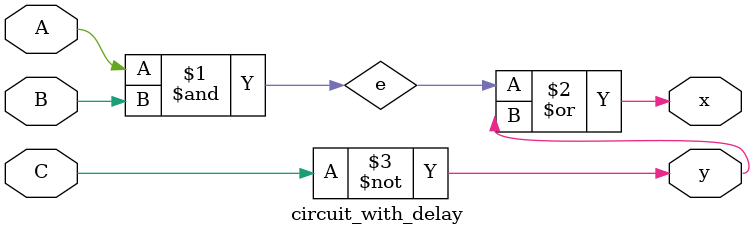
<source format=v>

`timescale 1ns/10ps


module circuit_with_delay (A,B,C,x,y);
	input A,B,C;
	output x,y;
	wire e;
	and #(15) g1(e,A,B);
	not #(5) g2(y,C);
	or #(10) g3(x,e,y);
endmodule


</source>
